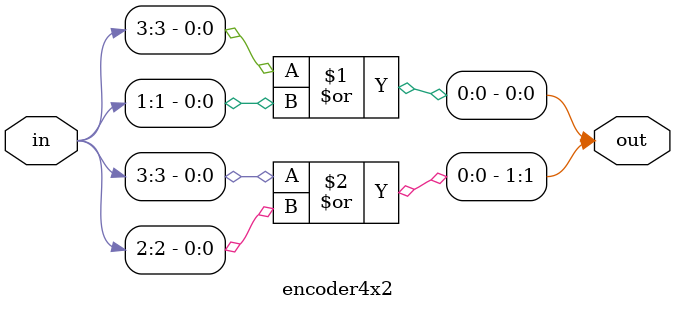
<source format=v>
module encoder4x2(input [3:0] in, output [1:0] out);

    assign out[0] = in[3] | in[1];
    assign out[1] = in[3] | in[2];

endmodule

</source>
